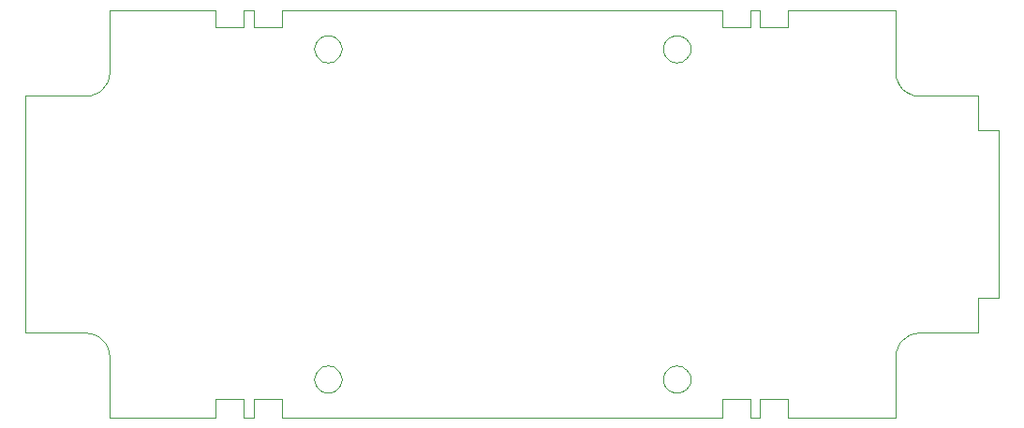
<source format=gbr>
%TF.GenerationSoftware,KiCad,Pcbnew,(2015-12-30 BZR 6409)-product*%
%TF.CreationDate,2016-01-04T10:25:45+01:00*%
%TF.ProjectId,transmitter,7472616E736D69747465722E6B696361,rev?*%
%TF.FileFunction,Profile,NP*%
%FSLAX46Y46*%
G04 Gerber Fmt 4.6, Leading zero omitted, Abs format (unit mm)*
G04 Created by KiCad (PCBNEW (2015-12-30 BZR 6409)-product) date pon, 4 sty 2016, 10:25:45*
%MOMM*%
G01*
G04 APERTURE LIST*
%ADD10C,0.100000*%
G04 APERTURE END LIST*
D10*
X112375733Y-117480857D02*
X112400822Y-117729698D01*
X112303786Y-117249088D02*
X112375733Y-117480857D01*
X112189946Y-117039354D02*
X112303786Y-117249088D01*
X112039174Y-116856618D02*
X112189946Y-117039354D01*
X111856438Y-116705846D02*
X112039174Y-116856618D01*
X111646705Y-116592006D02*
X111856438Y-116705846D01*
X111414935Y-116520060D02*
X111646705Y-116592006D01*
X111166094Y-116494970D02*
X111414935Y-116520060D01*
X110917253Y-116520060D02*
X111166094Y-116494970D01*
X110685484Y-116592006D02*
X110917253Y-116520060D01*
X110475751Y-116705846D02*
X110685484Y-116592006D01*
X110293014Y-116856618D02*
X110475751Y-116705846D01*
X110142243Y-117039354D02*
X110293014Y-116856618D01*
X110028403Y-117249088D02*
X110142243Y-117039354D01*
X109956456Y-117480857D02*
X110028403Y-117249088D01*
X109931366Y-117729698D02*
X109956456Y-117480857D01*
X109956456Y-117978539D02*
X109931366Y-117729698D01*
X110028403Y-118210308D02*
X109956456Y-117978539D01*
X110142243Y-118420042D02*
X110028403Y-118210308D01*
X110293014Y-118602778D02*
X110142243Y-118420042D01*
X110475751Y-118753549D02*
X110293014Y-118602778D01*
X110685484Y-118867389D02*
X110475751Y-118753549D01*
X110917253Y-118939336D02*
X110685484Y-118867389D01*
X111166094Y-118964426D02*
X110917253Y-118939336D01*
X111414935Y-118939336D02*
X111166094Y-118964426D01*
X111646705Y-118867389D02*
X111414935Y-118939336D01*
X111856438Y-118753549D02*
X111646705Y-118867389D01*
X112039174Y-118602778D02*
X111856438Y-118753549D01*
X112189946Y-118420042D02*
X112039174Y-118602778D01*
X112303786Y-118210308D02*
X112189946Y-118420042D01*
X112375733Y-117978539D02*
X112303786Y-118210308D01*
X112400822Y-117729698D02*
X112375733Y-117978539D01*
X80852512Y-117480857D02*
X80877602Y-117729698D01*
X80780565Y-117249088D02*
X80852512Y-117480857D01*
X80666725Y-117039354D02*
X80780565Y-117249088D01*
X80515954Y-116856618D02*
X80666725Y-117039354D01*
X80333218Y-116705846D02*
X80515954Y-116856618D01*
X80123484Y-116592006D02*
X80333218Y-116705846D01*
X79891715Y-116520060D02*
X80123484Y-116592006D01*
X79642874Y-116494970D02*
X79891715Y-116520060D01*
X79394033Y-116520060D02*
X79642874Y-116494970D01*
X79162264Y-116592006D02*
X79394033Y-116520060D01*
X78952530Y-116705846D02*
X79162264Y-116592006D01*
X78769794Y-116856618D02*
X78952530Y-116705846D01*
X78619023Y-117039354D02*
X78769794Y-116856618D01*
X78505183Y-117249088D02*
X78619023Y-117039354D01*
X78433236Y-117480857D02*
X78505183Y-117249088D01*
X78408146Y-117729698D02*
X78433236Y-117480857D01*
X78433236Y-117978539D02*
X78408146Y-117729698D01*
X78505183Y-118210308D02*
X78433236Y-117978539D01*
X78619023Y-118420042D02*
X78505183Y-118210308D01*
X78769794Y-118602778D02*
X78619023Y-118420042D01*
X78952530Y-118753549D02*
X78769794Y-118602778D01*
X79162264Y-118867389D02*
X78952530Y-118753549D01*
X79394033Y-118939336D02*
X79162264Y-118867389D01*
X79642874Y-118964426D02*
X79394033Y-118939336D01*
X79891715Y-118939336D02*
X79642874Y-118964426D01*
X80123484Y-118867389D02*
X79891715Y-118939336D01*
X80333218Y-118753549D02*
X80123484Y-118867389D01*
X80515954Y-118602778D02*
X80333218Y-118753549D01*
X80666725Y-118420042D02*
X80515954Y-118602778D01*
X80780565Y-118210308D02*
X80666725Y-118420042D01*
X80852512Y-117978539D02*
X80780565Y-118210308D01*
X80877602Y-117729698D02*
X80852512Y-117978539D01*
X112375733Y-87617944D02*
X112400822Y-87866785D01*
X112303786Y-87386175D02*
X112375733Y-87617944D01*
X112189946Y-87176441D02*
X112303786Y-87386175D01*
X112039174Y-86993705D02*
X112189946Y-87176441D01*
X111856438Y-86842934D02*
X112039174Y-86993705D01*
X111646705Y-86729094D02*
X111856438Y-86842934D01*
X111414935Y-86657147D02*
X111646705Y-86729094D01*
X111166094Y-86632057D02*
X111414935Y-86657147D01*
X110917253Y-86657147D02*
X111166094Y-86632057D01*
X110685484Y-86729094D02*
X110917253Y-86657147D01*
X110475751Y-86842934D02*
X110685484Y-86729094D01*
X110293014Y-86993705D02*
X110475751Y-86842934D01*
X110142243Y-87176441D02*
X110293014Y-86993705D01*
X110028403Y-87386175D02*
X110142243Y-87176441D01*
X109956456Y-87617944D02*
X110028403Y-87386175D01*
X109931366Y-87866785D02*
X109956456Y-87617944D01*
X109956456Y-88115626D02*
X109931366Y-87866785D01*
X110028403Y-88347396D02*
X109956456Y-88115626D01*
X110142243Y-88557129D02*
X110028403Y-88347396D01*
X110293014Y-88739865D02*
X110142243Y-88557129D01*
X110475751Y-88890637D02*
X110293014Y-88739865D01*
X110685484Y-89004477D02*
X110475751Y-88890637D01*
X110917253Y-89076424D02*
X110685484Y-89004477D01*
X111166094Y-89101513D02*
X110917253Y-89076424D01*
X111414935Y-89076424D02*
X111166094Y-89101513D01*
X111646705Y-89004477D02*
X111414935Y-89076424D01*
X111856438Y-88890637D02*
X111646705Y-89004477D01*
X112039174Y-88739865D02*
X111856438Y-88890637D01*
X112189946Y-88557129D02*
X112039174Y-88739865D01*
X112303786Y-88347396D02*
X112189946Y-88557129D01*
X112375733Y-88115626D02*
X112303786Y-88347396D01*
X112400822Y-87866785D02*
X112375733Y-88115626D01*
X80852512Y-87617944D02*
X80877602Y-87866785D01*
X80780565Y-87386175D02*
X80852512Y-87617944D01*
X80666725Y-87176441D02*
X80780565Y-87386175D01*
X80515954Y-86993705D02*
X80666725Y-87176441D01*
X80333218Y-86842934D02*
X80515954Y-86993705D01*
X80123484Y-86729094D02*
X80333218Y-86842934D01*
X79891715Y-86657147D02*
X80123484Y-86729094D01*
X79642874Y-86632057D02*
X79891715Y-86657147D01*
X79394033Y-86657147D02*
X79642874Y-86632057D01*
X79162264Y-86729094D02*
X79394033Y-86657147D01*
X78952530Y-86842934D02*
X79162264Y-86729094D01*
X78769794Y-86993705D02*
X78952530Y-86842934D01*
X78619023Y-87176441D02*
X78769794Y-86993705D01*
X78505183Y-87386175D02*
X78619023Y-87176441D01*
X78433236Y-87617944D02*
X78505183Y-87386175D01*
X78408146Y-87866785D02*
X78433236Y-87617944D01*
X78433236Y-88115626D02*
X78408146Y-87866785D01*
X78505183Y-88347396D02*
X78433236Y-88115626D01*
X78619023Y-88557129D02*
X78505183Y-88347396D01*
X78769794Y-88739865D02*
X78619023Y-88557129D01*
X78952530Y-88890637D02*
X78769794Y-88739865D01*
X79162264Y-89004477D02*
X78952530Y-88890637D01*
X79394033Y-89076424D02*
X79162264Y-89004477D01*
X79642874Y-89101513D02*
X79394033Y-89076424D01*
X79891715Y-89076424D02*
X79642874Y-89101513D01*
X80123484Y-89004477D02*
X79891715Y-89076424D01*
X80333218Y-88890637D02*
X80123484Y-89004477D01*
X80515954Y-88739865D02*
X80333218Y-88890637D01*
X80666725Y-88557129D02*
X80515954Y-88739865D01*
X80780565Y-88347396D02*
X80666725Y-88557129D01*
X80852512Y-88115626D02*
X80780565Y-88347396D01*
X80877602Y-87866785D02*
X80852512Y-88115626D01*
X59903682Y-84379659D02*
X59903682Y-84379659D01*
X69525142Y-84379659D02*
X59903682Y-84379659D01*
X69525142Y-85942907D02*
X69525142Y-84379659D01*
X72055773Y-85942907D02*
X69525142Y-85942907D01*
X72055773Y-84379659D02*
X72055773Y-85942907D01*
X72946537Y-84379659D02*
X72055773Y-84379659D01*
X72946537Y-85942907D02*
X72946537Y-84379659D01*
X75476614Y-85942907D02*
X72946537Y-85942907D01*
X75476614Y-84379659D02*
X75476614Y-85942907D01*
X115282074Y-84379659D02*
X75476614Y-84379659D01*
X115282074Y-85942907D02*
X115282074Y-84379659D01*
X117812154Y-85942907D02*
X115282074Y-85942907D01*
X117812154Y-84379659D02*
X117812154Y-85942907D01*
X118702918Y-84379659D02*
X117812154Y-84379659D01*
X118702918Y-85942907D02*
X118702918Y-84379659D01*
X121232995Y-85942907D02*
X118702918Y-85942907D01*
X121232995Y-84379659D02*
X121232995Y-85942907D01*
X130926115Y-84379659D02*
X121232995Y-84379659D01*
X130926115Y-89934255D02*
X130926115Y-84379659D01*
X130970212Y-90373573D02*
X130926115Y-89934255D01*
X131096441Y-90782025D02*
X130970212Y-90373573D01*
X131296531Y-91151338D02*
X131096441Y-90782025D01*
X131561668Y-91473249D02*
X131296531Y-91151338D01*
X131883026Y-91737833D02*
X131561668Y-91473249D01*
X132252339Y-91937923D02*
X131883026Y-91737833D01*
X132661341Y-92064152D02*
X132252339Y-91937923D01*
X133100109Y-92108249D02*
X132661341Y-92064152D01*
X138443039Y-92108249D02*
X133100109Y-92108249D01*
X138443039Y-95215258D02*
X138443039Y-92108249D01*
X140301315Y-95215258D02*
X138443039Y-95215258D01*
X140301315Y-110333823D02*
X140301315Y-95215258D01*
X138443039Y-110333823D02*
X140301315Y-110333823D01*
X138443039Y-113519103D02*
X138443039Y-110333823D01*
X133100109Y-113519103D02*
X138443039Y-113519103D01*
X132661341Y-113563200D02*
X133100109Y-113519103D01*
X132252339Y-113689430D02*
X132661341Y-113563200D01*
X131883026Y-113889520D02*
X132252339Y-113689430D01*
X131561668Y-114154656D02*
X131883026Y-113889520D01*
X131296531Y-114476014D02*
X131561668Y-114154656D01*
X131096441Y-114845327D02*
X131296531Y-114476014D01*
X130970212Y-115253779D02*
X131096441Y-114845327D01*
X130926115Y-115693098D02*
X130970212Y-115253779D01*
X130926115Y-121169422D02*
X130926115Y-115693098D01*
X121232995Y-121169422D02*
X130926115Y-121169422D01*
X121232995Y-119547745D02*
X121232995Y-121169422D01*
X118702918Y-119547745D02*
X121232995Y-119547745D01*
X118702918Y-121169422D02*
X118702918Y-119547745D01*
X117812154Y-121169422D02*
X118702918Y-121169422D01*
X117812154Y-119547745D02*
X117812154Y-121169422D01*
X115282074Y-119547745D02*
X117812154Y-119547745D01*
X115282074Y-121169422D02*
X115282074Y-119547745D01*
X75476614Y-121169422D02*
X115282074Y-121169422D01*
X75476614Y-119547745D02*
X75476614Y-121169422D01*
X72946537Y-119547745D02*
X75476614Y-119547745D01*
X72946537Y-121169422D02*
X72946537Y-119547745D01*
X72055773Y-121169422D02*
X72946537Y-121169422D01*
X72055773Y-119547745D02*
X72055773Y-121169422D01*
X69525142Y-119547745D02*
X72055773Y-119547745D01*
X69525142Y-121169422D02*
X69525142Y-119547745D01*
X59903682Y-121169422D02*
X69525142Y-121169422D01*
X59903682Y-115693098D02*
X59903682Y-121169422D01*
X59860135Y-115253779D02*
X59903682Y-115693098D01*
X59733355Y-114845327D02*
X59860135Y-115253779D01*
X59533815Y-114476014D02*
X59733355Y-114845327D01*
X59268682Y-114154656D02*
X59533815Y-114476014D01*
X58946771Y-113889520D02*
X59268682Y-114154656D01*
X58577457Y-113689430D02*
X58946771Y-113889520D01*
X58169006Y-113563200D02*
X58577457Y-113689430D01*
X57729687Y-113519103D02*
X58169006Y-113563200D01*
X52264389Y-113519103D02*
X57729687Y-113519103D01*
X52264389Y-92108249D02*
X52264389Y-113519103D01*
X57729687Y-92108249D02*
X52264389Y-92108249D01*
X58169006Y-92064152D02*
X57729687Y-92108249D01*
X58577457Y-91937923D02*
X58169006Y-92064152D01*
X58946771Y-91737833D02*
X58577457Y-91937923D01*
X59268682Y-91473249D02*
X58946771Y-91737833D01*
X59533815Y-91151338D02*
X59268682Y-91473249D01*
X59733355Y-90782025D02*
X59533815Y-91151338D01*
X59860135Y-90373573D02*
X59733355Y-90782025D01*
X59903682Y-89934255D02*
X59860135Y-90373573D01*
X59903682Y-84379659D02*
X59903682Y-89934255D01*
M02*

</source>
